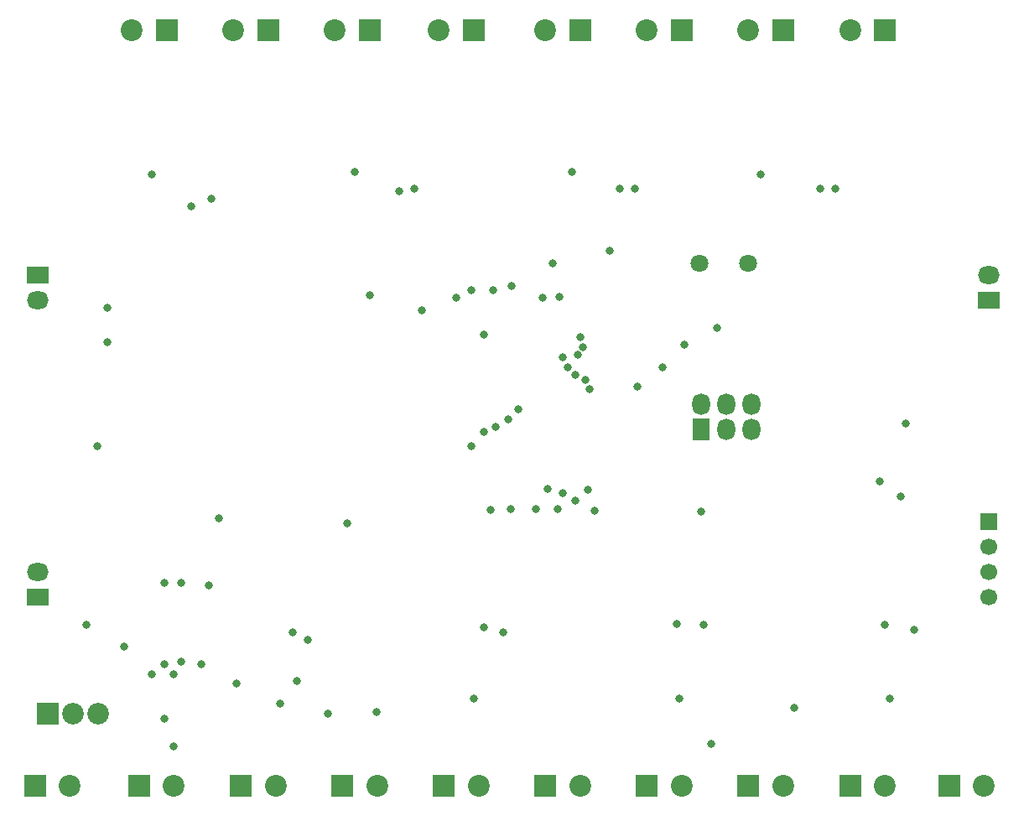
<source format=gbs>
G04*
G04 #@! TF.GenerationSoftware,Altium Limited,Altium Designer,22.7.1 (60)*
G04*
G04 Layer_Color=16711935*
%FSLAX44Y44*%
%MOMM*%
G71*
G04*
G04 #@! TF.SameCoordinates,3B3FF853-3F63-4CB7-AB95-564DBE59FAD3*
G04*
G04*
G04 #@! TF.FilePolarity,Negative*
G04*
G01*
G75*
%ADD52R,2.2000X2.2000*%
%ADD53C,2.2000*%
%ADD54R,2.2000X1.8000*%
%ADD55O,2.2000X1.8000*%
%ADD56C,2.1800*%
%ADD57R,2.1800X2.1800*%
%ADD58C,1.7000*%
%ADD59R,1.7000X1.7000*%
%ADD60C,1.8000*%
%ADD61R,1.8000X2.2000*%
%ADD62O,1.8000X2.2000*%
%ADD63C,0.8000*%
D52*
X895052Y822500D02*
D03*
X792552D02*
D03*
X690052D02*
D03*
X587552D02*
D03*
X480052D02*
D03*
X375052D02*
D03*
X272552D02*
D03*
X170052D02*
D03*
X960000Y60000D02*
D03*
X860000D02*
D03*
X757500D02*
D03*
X655000D02*
D03*
X552500D02*
D03*
X450000D02*
D03*
X347500D02*
D03*
X245000D02*
D03*
X142500D02*
D03*
X37500D02*
D03*
D53*
X860000Y822500D02*
D03*
X757500D02*
D03*
X655000D02*
D03*
X552500D02*
D03*
X445000D02*
D03*
X340000D02*
D03*
X237500D02*
D03*
X135000D02*
D03*
X995052Y60000D02*
D03*
X895052D02*
D03*
X792552D02*
D03*
X690052D02*
D03*
X587552D02*
D03*
X485052D02*
D03*
X382552D02*
D03*
X280052D02*
D03*
X177552D02*
D03*
X72552D02*
D03*
D54*
X40000Y575400D02*
D03*
X1000000Y550000D02*
D03*
X40000Y250000D02*
D03*
D55*
Y550000D02*
D03*
X1000000Y575400D02*
D03*
X40000Y275400D02*
D03*
D56*
X101000Y132500D02*
D03*
X75500D02*
D03*
D57*
X50000D02*
D03*
D58*
X1000000Y275400D02*
D03*
Y250000D02*
D03*
Y300800D02*
D03*
D59*
Y326200D02*
D03*
D60*
X757000Y587500D02*
D03*
X708000D02*
D03*
D61*
X710000Y419600D02*
D03*
D62*
X735400D02*
D03*
X760800Y419600D02*
D03*
X710000Y445000D02*
D03*
X735400D02*
D03*
X760800D02*
D03*
D63*
X803619Y138500D02*
D03*
X302000Y166000D02*
D03*
X241000Y163000D02*
D03*
X333000Y133000D02*
D03*
X382000Y134000D02*
D03*
X720000Y102000D02*
D03*
X285000Y142500D02*
D03*
X671000Y482000D02*
D03*
X916000Y426000D02*
D03*
X911000Y352000D02*
D03*
X710000Y337000D02*
D03*
X89000Y222000D02*
D03*
X477500Y402500D02*
D03*
X110000Y507500D02*
D03*
Y542500D02*
D03*
X595000Y359000D02*
D03*
X890000Y367500D02*
D03*
X100000Y402500D02*
D03*
X155000Y172500D02*
D03*
X177500D02*
D03*
Y100000D02*
D03*
X900000Y147500D02*
D03*
X687500D02*
D03*
X480000D02*
D03*
X770000Y677500D02*
D03*
X579292Y679555D02*
D03*
X360000Y680000D02*
D03*
X155000Y677500D02*
D03*
X167500Y127500D02*
D03*
X602500Y337500D02*
D03*
X550000Y552500D02*
D03*
X617500Y600000D02*
D03*
X560000Y587500D02*
D03*
X375000Y555000D02*
D03*
X427500Y540000D02*
D03*
X490000Y515000D02*
D03*
X462500Y552500D02*
D03*
X222500Y330000D02*
D03*
X352500Y325000D02*
D03*
X692500Y505000D02*
D03*
X570000Y492500D02*
D03*
X590000Y502500D02*
D03*
X587500Y512500D02*
D03*
X585000Y495000D02*
D03*
X725977Y522332D02*
D03*
X570000Y355000D02*
D03*
X555000Y360000D02*
D03*
X564787Y338893D02*
D03*
X517500Y339500D02*
D03*
X582500Y347500D02*
D03*
X542500Y339500D02*
D03*
X497500Y338000D02*
D03*
X592500Y470000D02*
D03*
X582500Y475000D02*
D03*
X575000Y482500D02*
D03*
X925000Y217500D02*
D03*
X596879Y460000D02*
D03*
X895000Y222500D02*
D03*
X712500D02*
D03*
X685082Y223470D02*
D03*
X525000Y440000D02*
D03*
X515000Y430000D02*
D03*
X502500Y422500D02*
D03*
X490000Y417500D02*
D03*
X510000Y215000D02*
D03*
X490000Y220000D02*
D03*
X312500Y207500D02*
D03*
X297500Y215000D02*
D03*
X477500Y560000D02*
D03*
X566500Y553074D02*
D03*
X645000Y462500D02*
D03*
X500000Y560000D02*
D03*
X845000Y662500D02*
D03*
X830000D02*
D03*
X642500D02*
D03*
X518447Y564053D02*
D03*
X627500Y662500D02*
D03*
X420000D02*
D03*
X405000Y660000D02*
D03*
X215000Y652500D02*
D03*
X195000Y645000D02*
D03*
X127500Y200000D02*
D03*
X212500Y262500D02*
D03*
X205000Y182500D02*
D03*
X185000Y265000D02*
D03*
Y185000D02*
D03*
X167500Y265000D02*
D03*
Y182500D02*
D03*
M02*

</source>
